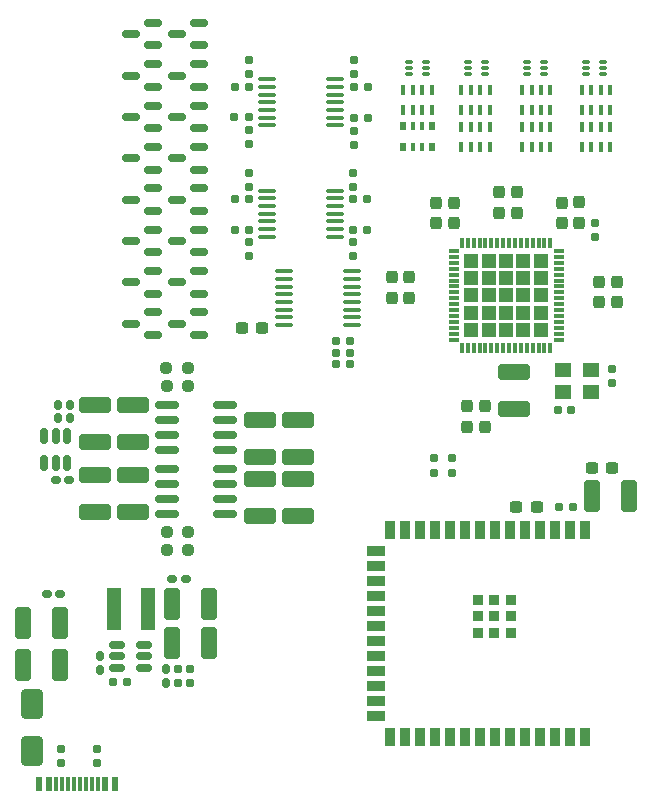
<source format=gbr>
%TF.GenerationSoftware,KiCad,Pcbnew,8.0.2*%
%TF.CreationDate,2025-01-11T16:17:31-03:00*%
%TF.ProjectId,EEG,4545472e-6b69-4636-9164-5f7063625858,rev?*%
%TF.SameCoordinates,Original*%
%TF.FileFunction,Paste,Top*%
%TF.FilePolarity,Positive*%
%FSLAX46Y46*%
G04 Gerber Fmt 4.6, Leading zero omitted, Abs format (unit mm)*
G04 Created by KiCad (PCBNEW 8.0.2) date 2025-01-11 16:17:31*
%MOMM*%
%LPD*%
G01*
G04 APERTURE LIST*
G04 Aperture macros list*
%AMRoundRect*
0 Rectangle with rounded corners*
0 $1 Rounding radius*
0 $2 $3 $4 $5 $6 $7 $8 $9 X,Y pos of 4 corners*
0 Add a 4 corners polygon primitive as box body*
4,1,4,$2,$3,$4,$5,$6,$7,$8,$9,$2,$3,0*
0 Add four circle primitives for the rounded corners*
1,1,$1+$1,$2,$3*
1,1,$1+$1,$4,$5*
1,1,$1+$1,$6,$7*
1,1,$1+$1,$8,$9*
0 Add four rect primitives between the rounded corners*
20,1,$1+$1,$2,$3,$4,$5,0*
20,1,$1+$1,$4,$5,$6,$7,0*
20,1,$1+$1,$6,$7,$8,$9,0*
20,1,$1+$1,$8,$9,$2,$3,0*%
G04 Aperture macros list end*
%ADD10RoundRect,0.237500X0.237500X-0.300000X0.237500X0.300000X-0.237500X0.300000X-0.237500X-0.300000X0*%
%ADD11RoundRect,0.150000X0.587500X0.150000X-0.587500X0.150000X-0.587500X-0.150000X0.587500X-0.150000X0*%
%ADD12R,0.400000X0.900000*%
%ADD13RoundRect,0.237500X-0.250000X-0.237500X0.250000X-0.237500X0.250000X0.237500X-0.250000X0.237500X0*%
%ADD14R,0.500000X0.800000*%
%ADD15R,0.400000X0.800000*%
%ADD16RoundRect,0.160000X-0.160000X0.197500X-0.160000X-0.197500X0.160000X-0.197500X0.160000X0.197500X0*%
%ADD17RoundRect,0.237500X0.300000X0.237500X-0.300000X0.237500X-0.300000X-0.237500X0.300000X-0.237500X0*%
%ADD18RoundRect,0.250000X0.412500X1.100000X-0.412500X1.100000X-0.412500X-1.100000X0.412500X-1.100000X0*%
%ADD19RoundRect,0.100000X-0.637500X-0.100000X0.637500X-0.100000X0.637500X0.100000X-0.637500X0.100000X0*%
%ADD20RoundRect,0.250000X-0.650000X1.000000X-0.650000X-1.000000X0.650000X-1.000000X0.650000X1.000000X0*%
%ADD21RoundRect,0.160000X0.160000X-0.197500X0.160000X0.197500X-0.160000X0.197500X-0.160000X-0.197500X0*%
%ADD22RoundRect,0.237500X-0.237500X0.300000X-0.237500X-0.300000X0.237500X-0.300000X0.237500X0.300000X0*%
%ADD23RoundRect,0.150000X-0.825000X-0.150000X0.825000X-0.150000X0.825000X0.150000X-0.825000X0.150000X0*%
%ADD24RoundRect,0.160000X-0.197500X-0.160000X0.197500X-0.160000X0.197500X0.160000X-0.197500X0.160000X0*%
%ADD25RoundRect,0.237500X-0.300000X-0.237500X0.300000X-0.237500X0.300000X0.237500X-0.300000X0.237500X0*%
%ADD26RoundRect,0.237500X0.250000X0.237500X-0.250000X0.237500X-0.250000X-0.237500X0.250000X-0.237500X0*%
%ADD27RoundRect,0.250000X-0.412500X-1.100000X0.412500X-1.100000X0.412500X1.100000X-0.412500X1.100000X0*%
%ADD28RoundRect,0.050000X-0.285000X-0.100000X0.285000X-0.100000X0.285000X0.100000X-0.285000X0.100000X0*%
%ADD29RoundRect,0.155000X-0.155000X0.212500X-0.155000X-0.212500X0.155000X-0.212500X0.155000X0.212500X0*%
%ADD30RoundRect,0.250000X-1.100000X0.412500X-1.100000X-0.412500X1.100000X-0.412500X1.100000X0.412500X0*%
%ADD31RoundRect,0.160000X0.197500X0.160000X-0.197500X0.160000X-0.197500X-0.160000X0.197500X-0.160000X0*%
%ADD32RoundRect,0.160000X0.160000X-0.222500X0.160000X0.222500X-0.160000X0.222500X-0.160000X-0.222500X0*%
%ADD33R,0.600000X1.160000*%
%ADD34R,0.300000X1.160000*%
%ADD35RoundRect,0.250000X1.100000X-0.412500X1.100000X0.412500X-1.100000X0.412500X-1.100000X-0.412500X0*%
%ADD36R,1.150000X3.600000*%
%ADD37RoundRect,0.150000X-0.150000X0.512500X-0.150000X-0.512500X0.150000X-0.512500X0.150000X0.512500X0*%
%ADD38R,1.400000X1.200000*%
%ADD39R,1.190000X1.190000*%
%ADD40R,0.850000X0.300000*%
%ADD41R,0.300000X0.850000*%
%ADD42RoundRect,0.160000X0.222500X0.160000X-0.222500X0.160000X-0.222500X-0.160000X0.222500X-0.160000X0*%
%ADD43RoundRect,0.155000X-0.212500X-0.155000X0.212500X-0.155000X0.212500X0.155000X-0.212500X0.155000X0*%
%ADD44RoundRect,0.160000X-0.222500X-0.160000X0.222500X-0.160000X0.222500X0.160000X-0.222500X0.160000X0*%
%ADD45RoundRect,0.150000X-0.512500X-0.150000X0.512500X-0.150000X0.512500X0.150000X-0.512500X0.150000X0*%
%ADD46R,0.900000X1.500000*%
%ADD47R,1.500000X0.900000*%
%ADD48R,0.900000X0.900000*%
G04 APERTURE END LIST*
D10*
%TO.C,C4*%
X183800000Y-96712500D03*
X183800000Y-94987500D03*
%TD*%
D11*
%TO.C,Q7*%
X147700000Y-95700000D03*
X147700000Y-93800000D03*
X145825000Y-94750000D03*
%TD*%
D12*
%TO.C,CN4*%
X184000000Y-90300000D03*
X184800000Y-90300000D03*
X185600000Y-90300000D03*
X186400000Y-90300000D03*
X186400000Y-88600000D03*
X185600000Y-88600000D03*
X184800000Y-88600000D03*
X184000000Y-88600000D03*
%TD*%
D13*
%TO.C,R10*%
X148880000Y-122925000D03*
X150705000Y-122925000D03*
%TD*%
D10*
%TO.C,C14*%
X185450000Y-101725000D03*
X185450000Y-103450000D03*
%TD*%
D12*
%TO.C,RN3*%
X178950000Y-87150000D03*
X179750000Y-87150000D03*
X180550000Y-87150000D03*
X181350000Y-87150000D03*
X181350000Y-85450000D03*
X180550000Y-85450000D03*
X179750000Y-85450000D03*
X178950000Y-85450000D03*
%TD*%
D14*
%TO.C,CN1*%
X168900000Y-90300000D03*
D15*
X169700000Y-90300000D03*
X170500000Y-90300000D03*
D14*
X171300000Y-90300000D03*
X171300000Y-88500000D03*
D15*
X170500000Y-88500000D03*
X169700000Y-88500000D03*
D14*
X168900000Y-88500000D03*
%TD*%
D16*
%TO.C,R7*%
X149842500Y-134477500D03*
X149842500Y-135672500D03*
%TD*%
D17*
%TO.C,C39*%
X156962500Y-105600000D03*
X155237500Y-105600000D03*
%TD*%
D18*
%TO.C,C22*%
X139852500Y-130625000D03*
X136727500Y-130625000D03*
%TD*%
D19*
%TO.C,U12*%
X158825000Y-100825000D03*
X158825000Y-101475000D03*
X158825000Y-102125000D03*
X158825000Y-102775000D03*
X158825000Y-103425000D03*
X158825000Y-104075000D03*
X158825000Y-104725000D03*
X158825000Y-105375000D03*
X164550000Y-105375000D03*
X164550000Y-104725000D03*
X164550000Y-104075000D03*
X164550000Y-103425000D03*
X164550000Y-102775000D03*
X164550000Y-102125000D03*
X164550000Y-101475000D03*
X164550000Y-100825000D03*
%TD*%
D20*
%TO.C,D1*%
X137480000Y-137425000D03*
X137480000Y-141425000D03*
%TD*%
D21*
%TO.C,R33*%
X172980000Y-117860000D03*
X172980000Y-116665000D03*
%TD*%
D10*
%TO.C,C10*%
X178515000Y-95850000D03*
X178515000Y-94125000D03*
%TD*%
%TO.C,C11*%
X177025000Y-95850000D03*
X177025000Y-94125000D03*
%TD*%
D19*
%TO.C,U10*%
X157375000Y-94001250D03*
X157375000Y-94651250D03*
X157375000Y-95301250D03*
X157375000Y-95951250D03*
X157375000Y-96601250D03*
X157375000Y-97251250D03*
X157375000Y-97901250D03*
X163100000Y-97901250D03*
X163100000Y-97251250D03*
X163100000Y-96601250D03*
X163100000Y-95951250D03*
X163100000Y-95301250D03*
X163100000Y-94651250D03*
X163100000Y-94001250D03*
%TD*%
D11*
%TO.C,Q4*%
X151600000Y-102700000D03*
X151600000Y-100800000D03*
X149725000Y-101750000D03*
%TD*%
%TO.C,Q16*%
X151600000Y-81700000D03*
X151600000Y-79800000D03*
X149725000Y-80750000D03*
%TD*%
D22*
%TO.C,C8*%
X175800000Y-112237500D03*
X175800000Y-113962500D03*
%TD*%
D23*
%TO.C,U9*%
X148880000Y-117525000D03*
X148880000Y-118795000D03*
X148880000Y-120065000D03*
X148880000Y-121335000D03*
X153830000Y-121335000D03*
X153830000Y-120065000D03*
X153830000Y-118795000D03*
X153830000Y-117525000D03*
%TD*%
D12*
%TO.C,CN3*%
X178950000Y-90300000D03*
X179750000Y-90300000D03*
X180550000Y-90300000D03*
X181350000Y-90300000D03*
X181350000Y-88600000D03*
X180550000Y-88600000D03*
X179750000Y-88600000D03*
X178950000Y-88600000D03*
%TD*%
D21*
%TO.C,R16*%
X155800000Y-99498750D03*
X155800000Y-98303750D03*
%TD*%
D24*
%TO.C,R29*%
X163205000Y-106700000D03*
X164400000Y-106700000D03*
%TD*%
D25*
%TO.C,C2*%
X184875000Y-117462500D03*
X186600000Y-117462500D03*
%TD*%
D26*
%TO.C,R8*%
X150667500Y-109025000D03*
X148842500Y-109025000D03*
%TD*%
D10*
%TO.C,C9*%
X182300000Y-96720000D03*
X182300000Y-94995000D03*
%TD*%
D27*
%TO.C,C24*%
X149280000Y-128975000D03*
X152405000Y-128975000D03*
%TD*%
D28*
%TO.C,U2*%
X169360000Y-83100000D03*
X169360000Y-83600000D03*
X169360000Y-84100000D03*
X170840000Y-84100000D03*
X170840000Y-83600000D03*
X170840000Y-83100000D03*
%TD*%
D10*
%TO.C,C13*%
X171700000Y-96720000D03*
X171700000Y-94995000D03*
%TD*%
D11*
%TO.C,Q3*%
X147700000Y-102700000D03*
X147700000Y-100800000D03*
X145825000Y-101750000D03*
%TD*%
D13*
%TO.C,R5*%
X148855000Y-110525000D03*
X150680000Y-110525000D03*
%TD*%
D10*
%TO.C,C6*%
X169400000Y-103062500D03*
X169400000Y-101337500D03*
%TD*%
D21*
%TO.C,R6*%
X150842500Y-134475000D03*
X150842500Y-135670000D03*
%TD*%
D11*
%TO.C,Q5*%
X147700000Y-99200000D03*
X147700000Y-97300000D03*
X145825000Y-98250000D03*
%TD*%
D29*
%TO.C,C19*%
X186600000Y-109100000D03*
X186600000Y-110235000D03*
%TD*%
D28*
%TO.C,U5*%
X184360000Y-83100000D03*
X184360000Y-83600000D03*
X184360000Y-84100000D03*
X185840000Y-84100000D03*
X185840000Y-83600000D03*
X185840000Y-83100000D03*
%TD*%
D16*
%TO.C,R18*%
X164600000Y-92453750D03*
X164600000Y-93648750D03*
%TD*%
D30*
%TO.C,C29*%
X142780000Y-112125000D03*
X142780000Y-115250000D03*
%TD*%
D24*
%TO.C,R30*%
X163205000Y-107700000D03*
X164400000Y-107700000D03*
%TD*%
D12*
%TO.C,RN2*%
X173800000Y-87150000D03*
X174600000Y-87150000D03*
X175400000Y-87150000D03*
X176200000Y-87150000D03*
X176200000Y-85450000D03*
X175400000Y-85450000D03*
X174600000Y-85450000D03*
X173800000Y-85450000D03*
%TD*%
D11*
%TO.C,Q6*%
X151600000Y-99200000D03*
X151600000Y-97300000D03*
X149725000Y-98250000D03*
%TD*%
D16*
%TO.C,R15*%
X155800000Y-92503750D03*
X155800000Y-93698750D03*
%TD*%
D10*
%TO.C,C12*%
X173200000Y-96720000D03*
X173200000Y-94995000D03*
%TD*%
D19*
%TO.C,U11*%
X157375000Y-84550000D03*
X157375000Y-85200000D03*
X157375000Y-85850000D03*
X157375000Y-86500000D03*
X157375000Y-87150000D03*
X157375000Y-87800000D03*
X157375000Y-88450000D03*
X163100000Y-88450000D03*
X163100000Y-87800000D03*
X163100000Y-87150000D03*
X163100000Y-86500000D03*
X163100000Y-85850000D03*
X163100000Y-85200000D03*
X163100000Y-84550000D03*
%TD*%
D31*
%TO.C,R20*%
X155797500Y-87750000D03*
X154602500Y-87750000D03*
%TD*%
D32*
%TO.C,C33*%
X139680000Y-113270000D03*
X139680000Y-112125000D03*
%TD*%
D27*
%TO.C,C25*%
X149280000Y-132275000D03*
X152405000Y-132275000D03*
%TD*%
D31*
%TO.C,R12*%
X155800000Y-97301250D03*
X154605000Y-97301250D03*
%TD*%
D33*
%TO.C,J2*%
X138080000Y-144215000D03*
X138880000Y-144215000D03*
D34*
X140030000Y-144215000D03*
X141030000Y-144215000D03*
X141530000Y-144215000D03*
X142530000Y-144215000D03*
D33*
X143680000Y-144215000D03*
X144480000Y-144215000D03*
X144480000Y-144215000D03*
X143680000Y-144215000D03*
D34*
X143030000Y-144215000D03*
X142030000Y-144215000D03*
X140530000Y-144215000D03*
X139530000Y-144215000D03*
D33*
X138880000Y-144215000D03*
X138080000Y-144215000D03*
%TD*%
D35*
%TO.C,C37*%
X156780000Y-121550000D03*
X156780000Y-118425000D03*
%TD*%
D36*
%TO.C,L1*%
X144367500Y-129375000D03*
X147317500Y-129375000D03*
%TD*%
D24*
%TO.C,R13*%
X164602500Y-97301250D03*
X165797500Y-97301250D03*
%TD*%
D37*
%TO.C,U8*%
X140405000Y-114792500D03*
X139455000Y-114792500D03*
X138505000Y-114792500D03*
X138505000Y-117067500D03*
X139455000Y-117067500D03*
X140405000Y-117067500D03*
%TD*%
D11*
%TO.C,Q1*%
X147700000Y-106200000D03*
X147700000Y-104300000D03*
X145825000Y-105250000D03*
%TD*%
%TO.C,Q9*%
X147700000Y-92200000D03*
X147700000Y-90300000D03*
X145825000Y-91250000D03*
%TD*%
D38*
%TO.C,Y1*%
X182400000Y-111050000D03*
X184800000Y-111050000D03*
X184800000Y-109150000D03*
X182400000Y-109150000D03*
%TD*%
D11*
%TO.C,Q15*%
X145825000Y-80750000D03*
X147700000Y-79800000D03*
X147700000Y-81700000D03*
%TD*%
D31*
%TO.C,R11*%
X155800000Y-94701250D03*
X154605000Y-94701250D03*
%TD*%
D21*
%TO.C,R24*%
X155800000Y-90045000D03*
X155800000Y-88850000D03*
%TD*%
%TO.C,R17*%
X164600000Y-99498750D03*
X164600000Y-98303750D03*
%TD*%
D11*
%TO.C,Q11*%
X147700000Y-88700000D03*
X147700000Y-86800000D03*
X145825000Y-87750000D03*
%TD*%
D39*
%TO.C,IC1*%
X174660000Y-99910000D03*
X174660000Y-101380000D03*
X174660000Y-102850000D03*
X174660000Y-104320000D03*
X174660000Y-105790000D03*
X176130000Y-99910000D03*
X176130000Y-101380000D03*
X176130000Y-102850000D03*
X176130000Y-104320000D03*
X176130000Y-105790000D03*
X177600000Y-99910000D03*
X177600000Y-101380000D03*
X177600000Y-102850000D03*
X177600000Y-104320000D03*
X177600000Y-105790000D03*
X179070000Y-99910000D03*
X179070000Y-101380000D03*
X179070000Y-102850000D03*
X179070000Y-104320000D03*
X179070000Y-105790000D03*
X180540000Y-99910000D03*
X180540000Y-101380000D03*
X180540000Y-102850000D03*
X180540000Y-104320000D03*
X180540000Y-105790000D03*
D40*
X173150000Y-99100000D03*
X173150000Y-99600000D03*
X173150000Y-100100000D03*
X173150000Y-100600000D03*
X173150000Y-101100000D03*
X173150000Y-101600000D03*
X173150000Y-102100000D03*
X173150000Y-102600000D03*
X173150000Y-103100000D03*
X173150000Y-103600000D03*
X173150000Y-104100000D03*
X173150000Y-104600000D03*
X173150000Y-105100000D03*
X173150000Y-105600000D03*
X173150000Y-106100000D03*
X173150000Y-106600000D03*
D41*
X173850000Y-107300000D03*
X174350000Y-107300000D03*
X174850000Y-107300000D03*
X175350000Y-107300000D03*
X175850000Y-107300000D03*
X176350000Y-107300000D03*
X176850000Y-107300000D03*
X177350000Y-107300000D03*
X177850000Y-107300000D03*
X178350000Y-107300000D03*
X178850000Y-107300000D03*
X179350000Y-107300000D03*
X179850000Y-107300000D03*
X180350000Y-107300000D03*
X180850000Y-107300000D03*
X181350000Y-107300000D03*
D40*
X182050000Y-106600000D03*
X182050000Y-106100000D03*
X182050000Y-105600000D03*
X182050000Y-105100000D03*
X182050000Y-104600000D03*
X182050000Y-104100000D03*
X182050000Y-103600000D03*
X182050000Y-103100000D03*
X182050000Y-102600000D03*
X182050000Y-102100000D03*
X182050000Y-101600000D03*
X182050000Y-101100000D03*
X182050000Y-100600000D03*
X182050000Y-100100000D03*
X182050000Y-99600000D03*
X182050000Y-99100000D03*
D41*
X181350000Y-98400000D03*
X180850000Y-98400000D03*
X180350000Y-98400000D03*
X179850000Y-98400000D03*
X179350000Y-98400000D03*
X178850000Y-98400000D03*
X178350000Y-98400000D03*
X177850000Y-98400000D03*
X177350000Y-98400000D03*
X176850000Y-98400000D03*
X176350000Y-98400000D03*
X175850000Y-98400000D03*
X175350000Y-98400000D03*
X174850000Y-98400000D03*
X174350000Y-98400000D03*
X173850000Y-98400000D03*
%TD*%
D42*
%TO.C,C34*%
X140622500Y-118492500D03*
X139477500Y-118492500D03*
%TD*%
D24*
%TO.C,R14*%
X164605000Y-94701250D03*
X165800000Y-94701250D03*
%TD*%
D31*
%TO.C,R19*%
X155800000Y-85250000D03*
X154605000Y-85250000D03*
%TD*%
D16*
%TO.C,Rcc1*%
X142980000Y-141230000D03*
X142980000Y-142425000D03*
%TD*%
D11*
%TO.C,Q14*%
X151600000Y-85200000D03*
X151600000Y-83300000D03*
X149725000Y-84250000D03*
%TD*%
D42*
%TO.C,C26*%
X150487500Y-126875000D03*
X149342500Y-126875000D03*
%TD*%
D35*
%TO.C,C36*%
X145980000Y-121225000D03*
X145980000Y-118100000D03*
%TD*%
D32*
%TO.C,C20*%
X143205000Y-134570000D03*
X143205000Y-133425000D03*
%TD*%
%TO.C,C27*%
X148842500Y-135675000D03*
X148842500Y-134530000D03*
%TD*%
D11*
%TO.C,Q2*%
X151600000Y-106200000D03*
X151600000Y-104300000D03*
X149725000Y-105250000D03*
%TD*%
D24*
%TO.C,R22*%
X164700000Y-85250000D03*
X165895000Y-85250000D03*
%TD*%
D43*
%TO.C,C18*%
X182000000Y-112600000D03*
X183135000Y-112600000D03*
%TD*%
D24*
%TO.C,R21*%
X164700000Y-87850000D03*
X165895000Y-87850000D03*
%TD*%
D12*
%TO.C,CN2*%
X173800000Y-90300000D03*
X174600000Y-90300000D03*
X175400000Y-90300000D03*
X176200000Y-90300000D03*
X176200000Y-88600000D03*
X175400000Y-88600000D03*
X174600000Y-88600000D03*
X173800000Y-88600000D03*
%TD*%
D16*
%TO.C,R26*%
X164700000Y-82952500D03*
X164700000Y-84147500D03*
%TD*%
D31*
%TO.C,R4*%
X145500000Y-135625000D03*
X144305000Y-135625000D03*
%TD*%
D22*
%TO.C,C17*%
X174300000Y-112237500D03*
X174300000Y-113962500D03*
%TD*%
D21*
%TO.C,R25*%
X164700000Y-90147500D03*
X164700000Y-88952500D03*
%TD*%
D30*
%TO.C,C7*%
X178300000Y-109350000D03*
X178300000Y-112475000D03*
%TD*%
D16*
%TO.C,R23*%
X155800000Y-82955000D03*
X155800000Y-84150000D03*
%TD*%
D44*
%TO.C,C23*%
X138707500Y-128125000D03*
X139852500Y-128125000D03*
%TD*%
D21*
%TO.C,R34*%
X171480000Y-117862500D03*
X171480000Y-116667500D03*
%TD*%
D35*
%TO.C,C38*%
X159980000Y-121550000D03*
X159980000Y-118425000D03*
%TD*%
D10*
%TO.C,C16*%
X167900000Y-103062500D03*
X167900000Y-101337500D03*
%TD*%
D16*
%TO.C,Rcc2*%
X139880000Y-141230000D03*
X139880000Y-142425000D03*
%TD*%
D30*
%TO.C,C30*%
X159980000Y-113425000D03*
X159980000Y-116550000D03*
%TD*%
D11*
%TO.C,Q10*%
X151600000Y-92200000D03*
X151600000Y-90300000D03*
X149725000Y-91250000D03*
%TD*%
D17*
%TO.C,C3*%
X180200000Y-120762500D03*
X178475000Y-120762500D03*
%TD*%
D28*
%TO.C,U3*%
X174360000Y-83100000D03*
X174360000Y-83600000D03*
X174360000Y-84100000D03*
X175840000Y-84100000D03*
X175840000Y-83600000D03*
X175840000Y-83100000D03*
%TD*%
D18*
%TO.C,C21*%
X139852500Y-134125000D03*
X136727500Y-134125000D03*
%TD*%
D26*
%TO.C,R9*%
X150705000Y-124425000D03*
X148880000Y-124425000D03*
%TD*%
D29*
%TO.C,C5*%
X185100000Y-96765000D03*
X185100000Y-97900000D03*
%TD*%
D35*
%TO.C,C35*%
X142780000Y-121225000D03*
X142780000Y-118100000D03*
%TD*%
D23*
%TO.C,U6*%
X148880000Y-112125000D03*
X148880000Y-113395000D03*
X148880000Y-114665000D03*
X148880000Y-115935000D03*
X153830000Y-115935000D03*
X153830000Y-114665000D03*
X153830000Y-113395000D03*
X153830000Y-112125000D03*
%TD*%
D11*
%TO.C,Q13*%
X147700000Y-85200000D03*
X147700000Y-83300000D03*
X145825000Y-84250000D03*
%TD*%
D28*
%TO.C,U4*%
X179360000Y-83100000D03*
X179360000Y-83600000D03*
X179360000Y-84100000D03*
X180840000Y-84100000D03*
X180840000Y-83600000D03*
X180840000Y-83100000D03*
%TD*%
D30*
%TO.C,C28*%
X145980000Y-112125000D03*
X145980000Y-115250000D03*
%TD*%
D45*
%TO.C,U7*%
X144667500Y-132475000D03*
X144667500Y-133425000D03*
X144667500Y-134375000D03*
X146942500Y-134375000D03*
X146942500Y-133425000D03*
X146942500Y-132475000D03*
%TD*%
D27*
%TO.C,C1*%
X184875000Y-119862500D03*
X188000000Y-119862500D03*
%TD*%
D12*
%TO.C,RN4*%
X184000000Y-87150000D03*
X184800000Y-87150000D03*
X185600000Y-87150000D03*
X186400000Y-87150000D03*
X186400000Y-85450000D03*
X185600000Y-85450000D03*
X184800000Y-85450000D03*
X184000000Y-85450000D03*
%TD*%
D24*
%TO.C,R28*%
X163205000Y-108700000D03*
X164400000Y-108700000D03*
%TD*%
D12*
%TO.C,RN1*%
X168900000Y-87150000D03*
X169700000Y-87150000D03*
X170500000Y-87150000D03*
X171300000Y-87150000D03*
X171300000Y-85450000D03*
X170500000Y-85450000D03*
X169700000Y-85450000D03*
X168900000Y-85450000D03*
%TD*%
D31*
%TO.C,R1*%
X183277500Y-120762500D03*
X182082500Y-120762500D03*
%TD*%
D30*
%TO.C,C31*%
X156780000Y-113425000D03*
X156780000Y-116550000D03*
%TD*%
D32*
%TO.C,C32*%
X140680000Y-113270000D03*
X140680000Y-112125000D03*
%TD*%
D11*
%TO.C,Q8*%
X151600000Y-95700000D03*
X151600000Y-93800000D03*
X149725000Y-94750000D03*
%TD*%
%TO.C,Q12*%
X151600000Y-88700000D03*
X151600000Y-86800000D03*
X149725000Y-87750000D03*
%TD*%
D10*
%TO.C,C15*%
X186950000Y-101725000D03*
X186950000Y-103450000D03*
%TD*%
D46*
%TO.C,U1*%
X184320000Y-122762500D03*
X183050000Y-122762500D03*
X181780000Y-122762500D03*
X180510000Y-122762500D03*
X179240000Y-122762500D03*
X177970000Y-122762500D03*
X176700000Y-122762500D03*
X175430000Y-122762500D03*
X174160000Y-122762500D03*
X172890000Y-122762500D03*
X171620000Y-122762500D03*
X170350000Y-122762500D03*
X169080000Y-122762500D03*
X167810000Y-122762500D03*
D47*
X166560000Y-124527500D03*
X166560000Y-125797500D03*
X166560000Y-127067500D03*
X166560000Y-128337500D03*
X166560000Y-129607500D03*
X166560000Y-130877500D03*
X166560000Y-132147500D03*
X166560000Y-133417500D03*
X166560000Y-134687500D03*
X166560000Y-135957500D03*
X166560000Y-137227500D03*
X166560000Y-138497500D03*
D46*
X167810000Y-140262500D03*
X169080000Y-140262500D03*
X170350000Y-140262500D03*
X171620000Y-140262500D03*
X172890000Y-140262500D03*
X174160000Y-140262500D03*
X175430000Y-140262500D03*
X176700000Y-140262500D03*
X177970000Y-140262500D03*
X179240000Y-140262500D03*
X180510000Y-140262500D03*
X181780000Y-140262500D03*
X183050000Y-140262500D03*
X184320000Y-140262500D03*
D48*
X178000000Y-128612500D03*
X176600000Y-128612500D03*
X175200000Y-128612500D03*
X175200000Y-128612500D03*
X178000000Y-130012500D03*
X178000000Y-130012500D03*
X176600000Y-130012500D03*
X175200000Y-130012500D03*
X178000000Y-131412500D03*
X176600000Y-131412500D03*
X175200000Y-131412500D03*
%TD*%
M02*

</source>
